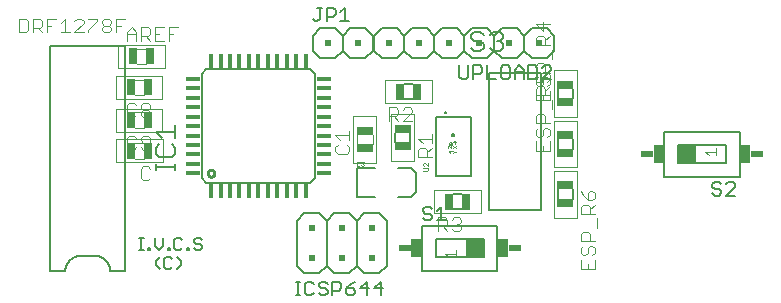
<source format=gto>
G75*
%MOIN*%
%OFA0B0*%
%FSLAX25Y25*%
%IPPOS*%
%LPD*%
%AMOC8*
5,1,8,0,0,1.08239X$1,22.5*
%
%ADD10C,0.00700*%
%ADD11C,0.00200*%
%ADD12C,0.00400*%
%ADD13R,0.02953X0.05709*%
%ADD14R,0.05709X0.02953*%
%ADD15C,0.00800*%
%ADD16C,0.00100*%
%ADD17C,0.01000*%
%ADD18C,0.00600*%
%ADD19R,0.01574X0.04528*%
%ADD20R,0.01575X0.04528*%
%ADD21R,0.01575X0.04528*%
%ADD22R,0.04528X0.01574*%
%ADD23R,0.04528X0.01575*%
%ADD24R,0.04528X0.01575*%
%ADD25C,0.00500*%
%ADD26R,0.02000X0.02000*%
%ADD27R,0.05512X0.02559*%
%ADD28R,0.02559X0.05512*%
%ADD29C,0.00300*%
%ADD30R,0.06000X0.06000*%
%ADD31R,0.03600X0.05900*%
%ADD32R,0.04200X0.02400*%
D10*
X0042954Y0017945D02*
X0044297Y0017945D01*
X0043626Y0017945D02*
X0043626Y0021973D01*
X0044297Y0021973D02*
X0042954Y0021973D01*
X0048030Y0021973D02*
X0048030Y0019288D01*
X0049372Y0017945D01*
X0050715Y0019288D01*
X0050715Y0021973D01*
X0054555Y0021302D02*
X0054555Y0018616D01*
X0055226Y0017945D01*
X0056569Y0017945D01*
X0057240Y0018616D01*
X0058905Y0018616D02*
X0059576Y0018616D01*
X0059576Y0017945D01*
X0058905Y0017945D01*
X0058905Y0018616D01*
X0061080Y0018616D02*
X0061751Y0017945D01*
X0063094Y0017945D01*
X0063765Y0018616D01*
X0063765Y0019288D01*
X0063094Y0019959D01*
X0061751Y0019959D01*
X0061080Y0020630D01*
X0061080Y0021302D01*
X0061751Y0021973D01*
X0063094Y0021973D01*
X0063765Y0021302D01*
X0057240Y0021302D02*
X0056569Y0021973D01*
X0055226Y0021973D01*
X0054555Y0021302D01*
X0053051Y0018616D02*
X0053051Y0017945D01*
X0052380Y0017945D01*
X0052380Y0018616D01*
X0053051Y0018616D01*
X0053250Y0015541D02*
X0051907Y0015541D01*
X0051236Y0014869D01*
X0051236Y0012184D01*
X0051907Y0011513D01*
X0053250Y0011513D01*
X0053921Y0012184D01*
X0055586Y0011513D02*
X0056928Y0012855D01*
X0056928Y0014198D01*
X0055586Y0015541D01*
X0053921Y0014869D02*
X0053250Y0015541D01*
X0049678Y0015541D02*
X0048336Y0014198D01*
X0048336Y0012855D01*
X0049678Y0011513D01*
X0046526Y0017945D02*
X0045855Y0017945D01*
X0045855Y0018616D01*
X0046526Y0018616D01*
X0046526Y0017945D01*
X0153430Y0085423D02*
X0154481Y0084372D01*
X0156583Y0084372D01*
X0157634Y0085423D01*
X0157634Y0086474D01*
X0156583Y0087524D01*
X0154481Y0087524D01*
X0153430Y0088575D01*
X0153430Y0089626D01*
X0154481Y0090677D01*
X0156583Y0090677D01*
X0157634Y0089626D01*
X0159876Y0089626D02*
X0160926Y0090677D01*
X0163028Y0090677D01*
X0164079Y0089626D01*
X0164079Y0088575D01*
X0163028Y0087524D01*
X0164079Y0086474D01*
X0164079Y0085423D01*
X0163028Y0084372D01*
X0160926Y0084372D01*
X0159876Y0085423D01*
X0161977Y0087524D02*
X0163028Y0087524D01*
D11*
X0181010Y0077889D02*
X0188750Y0077889D01*
X0188750Y0062354D01*
X0181010Y0062354D01*
X0181010Y0077889D01*
X0140412Y0074576D02*
X0140412Y0066836D01*
X0124877Y0066836D01*
X0124877Y0074576D01*
X0140412Y0074576D01*
X0134519Y0063223D02*
X0126779Y0063223D01*
X0126779Y0047688D01*
X0134519Y0047688D01*
X0134519Y0063223D01*
X0121909Y0062560D02*
X0114169Y0062560D01*
X0114169Y0047025D01*
X0121909Y0047025D01*
X0121909Y0062560D01*
X0145940Y0052588D02*
X0146106Y0052588D01*
X0146774Y0051921D01*
X0146940Y0051921D01*
X0146940Y0052588D01*
X0147440Y0052588D02*
X0148440Y0051921D01*
X0148440Y0052588D02*
X0147440Y0051921D01*
X0147440Y0051088D02*
X0147606Y0051088D01*
X0147940Y0050754D01*
X0148440Y0050754D01*
X0147940Y0050754D02*
X0147606Y0050421D01*
X0147440Y0050421D01*
X0147040Y0050821D02*
X0146040Y0050821D01*
X0146540Y0051321D01*
X0146040Y0050821D02*
X0146540Y0050321D01*
X0145940Y0051921D02*
X0145940Y0052588D01*
X0146440Y0053321D02*
X0146442Y0053341D01*
X0146448Y0053359D01*
X0146457Y0053377D01*
X0146469Y0053392D01*
X0146484Y0053404D01*
X0146502Y0053413D01*
X0146520Y0053419D01*
X0146540Y0053421D01*
X0146560Y0053419D01*
X0146578Y0053413D01*
X0146596Y0053404D01*
X0146611Y0053392D01*
X0146623Y0053377D01*
X0146632Y0053359D01*
X0146638Y0053341D01*
X0146640Y0053321D01*
X0146638Y0053301D01*
X0146632Y0053283D01*
X0146623Y0053265D01*
X0146611Y0053250D01*
X0146596Y0053238D01*
X0146578Y0053229D01*
X0146560Y0053223D01*
X0146540Y0053221D01*
X0146520Y0053223D01*
X0146502Y0053229D01*
X0146484Y0053238D01*
X0146469Y0053250D01*
X0146457Y0053265D01*
X0146448Y0053283D01*
X0146442Y0053301D01*
X0146440Y0053321D01*
X0146040Y0053321D02*
X0146042Y0053365D01*
X0146048Y0053409D01*
X0146058Y0053452D01*
X0146071Y0053494D01*
X0146088Y0053535D01*
X0146109Y0053574D01*
X0146133Y0053611D01*
X0146160Y0053646D01*
X0146190Y0053678D01*
X0146223Y0053708D01*
X0146259Y0053734D01*
X0146296Y0053758D01*
X0146336Y0053777D01*
X0146377Y0053794D01*
X0146420Y0053806D01*
X0146463Y0053815D01*
X0146507Y0053820D01*
X0146551Y0053821D01*
X0146595Y0053818D01*
X0146639Y0053811D01*
X0146682Y0053800D01*
X0146724Y0053786D01*
X0146764Y0053768D01*
X0146803Y0053746D01*
X0146839Y0053722D01*
X0146873Y0053694D01*
X0146905Y0053663D01*
X0146934Y0053629D01*
X0146960Y0053593D01*
X0146982Y0053555D01*
X0147001Y0053515D01*
X0147016Y0053473D01*
X0147028Y0053431D01*
X0147036Y0053387D01*
X0147040Y0053343D01*
X0147040Y0053299D01*
X0147036Y0053255D01*
X0147028Y0053211D01*
X0147016Y0053169D01*
X0147001Y0053127D01*
X0146982Y0053087D01*
X0146960Y0053049D01*
X0146934Y0053013D01*
X0146905Y0052979D01*
X0146873Y0052948D01*
X0146839Y0052920D01*
X0146803Y0052896D01*
X0146764Y0052874D01*
X0146724Y0052856D01*
X0146682Y0052842D01*
X0146639Y0052831D01*
X0146595Y0052824D01*
X0146551Y0052821D01*
X0146507Y0052822D01*
X0146463Y0052827D01*
X0146420Y0052836D01*
X0146377Y0052848D01*
X0146336Y0052865D01*
X0146296Y0052884D01*
X0146259Y0052908D01*
X0146223Y0052934D01*
X0146190Y0052964D01*
X0146160Y0052996D01*
X0146133Y0053031D01*
X0146109Y0053068D01*
X0146088Y0053107D01*
X0146071Y0053148D01*
X0146058Y0053190D01*
X0146048Y0053233D01*
X0146042Y0053277D01*
X0146040Y0053321D01*
X0147540Y0053821D02*
X0148040Y0054321D01*
X0148540Y0053821D01*
X0148040Y0053321D02*
X0148040Y0054321D01*
X0181010Y0061089D02*
X0181010Y0045554D01*
X0188750Y0045554D01*
X0188750Y0061089D01*
X0181010Y0061089D01*
X0181010Y0044289D02*
X0188750Y0044289D01*
X0188750Y0028754D01*
X0181010Y0028754D01*
X0181010Y0044289D01*
X0156769Y0037911D02*
X0156769Y0030170D01*
X0141233Y0030170D01*
X0141233Y0037911D01*
X0156769Y0037911D01*
X0050630Y0047098D02*
X0050630Y0054838D01*
X0035094Y0054838D01*
X0035094Y0047098D01*
X0050630Y0047098D01*
X0050621Y0057317D02*
X0035086Y0057317D01*
X0035086Y0065057D01*
X0050621Y0065057D01*
X0050621Y0057317D01*
X0050621Y0068241D02*
X0035086Y0068241D01*
X0035086Y0075981D01*
X0050621Y0075981D01*
X0050621Y0068241D01*
X0051423Y0078560D02*
X0035888Y0078560D01*
X0035888Y0086300D01*
X0051423Y0086300D01*
X0051423Y0078560D01*
D12*
X0045156Y0079832D02*
X0042254Y0079832D01*
X0041354Y0074710D02*
X0044255Y0074710D01*
X0044354Y0069513D02*
X0041354Y0069513D01*
X0041148Y0066915D02*
X0039613Y0066915D01*
X0038846Y0066148D01*
X0038846Y0063079D01*
X0039613Y0062311D01*
X0041148Y0062311D01*
X0041915Y0063079D01*
X0041354Y0063786D02*
X0044255Y0063786D01*
X0043450Y0063846D02*
X0044217Y0064613D01*
X0045752Y0064613D01*
X0046519Y0063846D01*
X0046519Y0063079D01*
X0045752Y0062311D01*
X0044217Y0062311D01*
X0043450Y0063079D01*
X0043450Y0063846D01*
X0044217Y0064613D02*
X0043450Y0065381D01*
X0043450Y0066148D01*
X0044217Y0066915D01*
X0045752Y0066915D01*
X0046519Y0066148D01*
X0046519Y0065381D01*
X0045752Y0064613D01*
X0041915Y0066148D02*
X0041148Y0066915D01*
X0041354Y0058589D02*
X0044354Y0058589D01*
X0044217Y0055991D02*
X0043450Y0055224D01*
X0043450Y0054457D01*
X0044217Y0053689D01*
X0046519Y0053689D01*
X0046519Y0052155D02*
X0046519Y0055224D01*
X0045752Y0055991D01*
X0044217Y0055991D01*
X0041915Y0055224D02*
X0041148Y0055991D01*
X0039613Y0055991D01*
X0038846Y0055224D01*
X0038846Y0052155D01*
X0039613Y0051387D01*
X0041148Y0051387D01*
X0041915Y0052155D01*
X0041362Y0053566D02*
X0044264Y0053566D01*
X0043450Y0052155D02*
X0044217Y0051387D01*
X0045752Y0051387D01*
X0046519Y0052155D01*
X0044362Y0048370D02*
X0041362Y0048370D01*
X0044225Y0045772D02*
X0043458Y0045005D01*
X0043458Y0041935D01*
X0044225Y0041168D01*
X0045760Y0041168D01*
X0046527Y0041935D01*
X0046527Y0045005D02*
X0045760Y0045772D01*
X0044225Y0045772D01*
X0108235Y0050760D02*
X0109002Y0049993D01*
X0112072Y0049993D01*
X0112839Y0050760D01*
X0112839Y0052295D01*
X0112072Y0053062D01*
X0112839Y0054597D02*
X0112839Y0057666D01*
X0112839Y0056131D02*
X0108235Y0056131D01*
X0109770Y0054597D01*
X0109002Y0053062D02*
X0108235Y0052295D01*
X0108235Y0050760D01*
X0115441Y0053293D02*
X0115441Y0056293D01*
X0120637Y0056293D02*
X0120637Y0053391D01*
X0135845Y0055086D02*
X0140449Y0055086D01*
X0140449Y0053552D02*
X0140449Y0056621D01*
X0137380Y0053552D02*
X0135845Y0055086D01*
X0136613Y0052017D02*
X0138147Y0052017D01*
X0138915Y0051250D01*
X0138915Y0048948D01*
X0140449Y0048948D02*
X0135845Y0048948D01*
X0135845Y0051250D01*
X0136613Y0052017D01*
X0138915Y0050482D02*
X0140449Y0052017D01*
X0133810Y0060906D02*
X0130741Y0060906D01*
X0133810Y0063975D01*
X0133810Y0064743D01*
X0133043Y0065510D01*
X0131508Y0065510D01*
X0130741Y0064743D01*
X0129206Y0064743D02*
X0129206Y0063208D01*
X0128439Y0062441D01*
X0126137Y0062441D01*
X0127671Y0062441D02*
X0129206Y0060906D01*
X0126137Y0060906D02*
X0126137Y0065510D01*
X0128439Y0065510D01*
X0129206Y0064743D01*
X0175076Y0062532D02*
X0175076Y0060230D01*
X0179680Y0060230D01*
X0178145Y0060230D02*
X0178145Y0062532D01*
X0177378Y0063299D01*
X0175843Y0063299D01*
X0175076Y0062532D01*
X0180447Y0064834D02*
X0180447Y0067903D01*
X0179680Y0067822D02*
X0179680Y0070891D01*
X0179680Y0069437D02*
X0175076Y0069437D01*
X0175076Y0071739D01*
X0175843Y0072507D01*
X0177378Y0072507D01*
X0178145Y0071739D01*
X0178145Y0069437D01*
X0177378Y0069356D02*
X0177378Y0067822D01*
X0175076Y0067822D02*
X0179680Y0067822D01*
X0175076Y0067822D02*
X0175076Y0070891D01*
X0178145Y0070972D02*
X0179680Y0072507D01*
X0179680Y0073193D02*
X0178913Y0072426D01*
X0179680Y0073193D02*
X0179680Y0074728D01*
X0178913Y0075495D01*
X0178145Y0075495D01*
X0177378Y0074728D01*
X0177378Y0073193D01*
X0176611Y0072426D01*
X0175843Y0072426D01*
X0175076Y0073193D01*
X0175076Y0074728D01*
X0175843Y0075495D01*
X0176611Y0075576D02*
X0176611Y0076343D01*
X0177378Y0077111D01*
X0178913Y0077111D01*
X0179680Y0076343D01*
X0179680Y0074809D01*
X0178913Y0074041D01*
X0177378Y0074041D02*
X0176611Y0075576D01*
X0178145Y0077030D02*
X0178145Y0079332D01*
X0177378Y0080099D01*
X0175843Y0080099D01*
X0175076Y0079332D01*
X0175076Y0077030D01*
X0179680Y0077030D01*
X0175076Y0077111D02*
X0175076Y0074041D01*
X0177378Y0074041D01*
X0180447Y0081634D02*
X0180447Y0084703D01*
X0179680Y0086237D02*
X0175076Y0086237D01*
X0175076Y0088539D01*
X0175843Y0089307D01*
X0177378Y0089307D01*
X0178145Y0088539D01*
X0178145Y0086237D01*
X0178145Y0087772D02*
X0179680Y0089307D01*
X0177378Y0090841D02*
X0177378Y0093911D01*
X0179680Y0093143D02*
X0175076Y0093143D01*
X0177378Y0090841D01*
X0178145Y0058695D02*
X0178913Y0058695D01*
X0179680Y0057928D01*
X0179680Y0056393D01*
X0178913Y0055626D01*
X0179680Y0054091D02*
X0179680Y0051022D01*
X0175076Y0051022D01*
X0175076Y0054091D01*
X0175843Y0055626D02*
X0176611Y0055626D01*
X0177378Y0056393D01*
X0177378Y0057928D01*
X0178145Y0058695D01*
X0175843Y0058695D02*
X0175076Y0057928D01*
X0175076Y0056393D01*
X0175843Y0055626D01*
X0177378Y0052556D02*
X0177378Y0051022D01*
X0190076Y0037687D02*
X0190843Y0036152D01*
X0192378Y0034618D01*
X0192378Y0036920D01*
X0193145Y0037687D01*
X0193913Y0037687D01*
X0194680Y0036920D01*
X0194680Y0035385D01*
X0193913Y0034618D01*
X0192378Y0034618D01*
X0192378Y0033083D02*
X0190843Y0033083D01*
X0190076Y0032316D01*
X0190076Y0030014D01*
X0194680Y0030014D01*
X0193145Y0030014D02*
X0193145Y0032316D01*
X0192378Y0033083D01*
X0193145Y0031548D02*
X0194680Y0033083D01*
X0195447Y0028479D02*
X0195447Y0025410D01*
X0193145Y0023108D02*
X0193145Y0020806D01*
X0193145Y0019271D02*
X0193913Y0019271D01*
X0194680Y0018504D01*
X0194680Y0016969D01*
X0193913Y0016202D01*
X0194680Y0014667D02*
X0194680Y0011598D01*
X0190076Y0011598D01*
X0190076Y0014667D01*
X0190843Y0016202D02*
X0191611Y0016202D01*
X0192378Y0016969D01*
X0192378Y0018504D01*
X0193145Y0019271D01*
X0194680Y0020806D02*
X0190076Y0020806D01*
X0190076Y0023108D01*
X0190843Y0023875D01*
X0192378Y0023875D01*
X0193145Y0023108D01*
X0190843Y0019271D02*
X0190076Y0018504D01*
X0190076Y0016969D01*
X0190843Y0016202D01*
X0192378Y0013133D02*
X0192378Y0011598D01*
X0150166Y0025008D02*
X0149399Y0024240D01*
X0147864Y0024240D01*
X0147097Y0025008D01*
X0145563Y0024240D02*
X0144028Y0025775D01*
X0144795Y0025775D02*
X0142493Y0025775D01*
X0142493Y0024240D02*
X0142493Y0028844D01*
X0144795Y0028844D01*
X0145563Y0028077D01*
X0145563Y0026542D01*
X0144795Y0025775D01*
X0147097Y0028077D02*
X0147864Y0028844D01*
X0149399Y0028844D01*
X0150166Y0028077D01*
X0150166Y0027310D01*
X0149399Y0026542D01*
X0150166Y0025775D01*
X0150166Y0025008D01*
X0149399Y0026542D02*
X0148632Y0026542D01*
X0045156Y0085028D02*
X0042156Y0085028D01*
X0041925Y0087630D02*
X0041925Y0090699D01*
X0040390Y0092234D01*
X0038856Y0090699D01*
X0038856Y0087630D01*
X0038856Y0089932D02*
X0041925Y0089932D01*
X0043460Y0089165D02*
X0045761Y0089165D01*
X0046529Y0089932D01*
X0046529Y0091467D01*
X0045761Y0092234D01*
X0043460Y0092234D01*
X0043460Y0087630D01*
X0044994Y0089165D02*
X0046529Y0087630D01*
X0048063Y0087630D02*
X0051133Y0087630D01*
X0052667Y0087630D02*
X0052667Y0092234D01*
X0055737Y0092234D01*
X0054202Y0089932D02*
X0052667Y0089932D01*
X0049598Y0089932D02*
X0048063Y0089932D01*
X0048063Y0092234D02*
X0048063Y0087630D01*
X0048063Y0092234D02*
X0051133Y0092234D01*
X0038163Y0095052D02*
X0035094Y0095052D01*
X0035094Y0090449D01*
X0033559Y0091216D02*
X0032792Y0090449D01*
X0031258Y0090449D01*
X0030490Y0091216D01*
X0030490Y0091983D01*
X0031258Y0092751D01*
X0032792Y0092751D01*
X0033559Y0091983D01*
X0033559Y0091216D01*
X0032792Y0092751D02*
X0033559Y0093518D01*
X0033559Y0094285D01*
X0032792Y0095052D01*
X0031258Y0095052D01*
X0030490Y0094285D01*
X0030490Y0093518D01*
X0031258Y0092751D01*
X0028956Y0094285D02*
X0025886Y0091216D01*
X0025886Y0090449D01*
X0024352Y0090449D02*
X0021282Y0090449D01*
X0024352Y0093518D01*
X0024352Y0094285D01*
X0023584Y0095052D01*
X0022050Y0095052D01*
X0021282Y0094285D01*
X0018213Y0095052D02*
X0018213Y0090449D01*
X0016678Y0090449D02*
X0019748Y0090449D01*
X0013609Y0092751D02*
X0012075Y0092751D01*
X0010540Y0092751D02*
X0009773Y0091983D01*
X0007471Y0091983D01*
X0009005Y0091983D02*
X0010540Y0090449D01*
X0012075Y0090449D02*
X0012075Y0095052D01*
X0015144Y0095052D01*
X0016678Y0093518D02*
X0018213Y0095052D01*
X0025886Y0095052D02*
X0028956Y0095052D01*
X0028956Y0094285D01*
X0035094Y0092751D02*
X0036629Y0092751D01*
X0010540Y0092751D02*
X0010540Y0094285D01*
X0009773Y0095052D01*
X0007471Y0095052D01*
X0007471Y0090449D01*
X0005936Y0091216D02*
X0005936Y0094285D01*
X0005169Y0095052D01*
X0002867Y0095052D01*
X0002867Y0090449D01*
X0005169Y0090449D01*
X0005936Y0091216D01*
D13*
X0040832Y0082435D03*
X0046532Y0082435D03*
X0045677Y0072107D03*
X0039977Y0072107D03*
X0039977Y0061183D03*
X0045677Y0061183D03*
X0045685Y0050964D03*
X0039985Y0050964D03*
D14*
X0118035Y0051969D03*
X0118035Y0057669D03*
D15*
X0141635Y0062163D02*
X0144785Y0062163D01*
X0144840Y0063758D02*
X0144842Y0063786D01*
X0144848Y0063813D01*
X0144857Y0063839D01*
X0144870Y0063864D01*
X0144887Y0063887D01*
X0144906Y0063907D01*
X0144928Y0063924D01*
X0144952Y0063938D01*
X0144978Y0063948D01*
X0145005Y0063955D01*
X0145033Y0063958D01*
X0145061Y0063957D01*
X0145088Y0063952D01*
X0145115Y0063943D01*
X0145140Y0063931D01*
X0145163Y0063916D01*
X0145184Y0063897D01*
X0145202Y0063876D01*
X0145217Y0063852D01*
X0145228Y0063826D01*
X0145236Y0063800D01*
X0145240Y0063772D01*
X0145240Y0063744D01*
X0145236Y0063716D01*
X0145228Y0063690D01*
X0145217Y0063664D01*
X0145202Y0063640D01*
X0145184Y0063619D01*
X0145163Y0063600D01*
X0145140Y0063585D01*
X0145115Y0063573D01*
X0145088Y0063564D01*
X0145061Y0063559D01*
X0145033Y0063558D01*
X0145005Y0063561D01*
X0144978Y0063568D01*
X0144952Y0063578D01*
X0144928Y0063592D01*
X0144906Y0063609D01*
X0144887Y0063629D01*
X0144870Y0063652D01*
X0144857Y0063677D01*
X0144848Y0063703D01*
X0144842Y0063730D01*
X0144840Y0063758D01*
X0150296Y0062163D02*
X0153446Y0062163D01*
X0147146Y0056258D02*
X0147148Y0056297D01*
X0147154Y0056336D01*
X0147164Y0056374D01*
X0147177Y0056411D01*
X0147194Y0056446D01*
X0147214Y0056480D01*
X0147238Y0056511D01*
X0147265Y0056540D01*
X0147294Y0056566D01*
X0147326Y0056589D01*
X0147360Y0056609D01*
X0147396Y0056625D01*
X0147433Y0056637D01*
X0147472Y0056646D01*
X0147511Y0056651D01*
X0147550Y0056652D01*
X0147589Y0056649D01*
X0147628Y0056642D01*
X0147665Y0056631D01*
X0147702Y0056617D01*
X0147737Y0056599D01*
X0147770Y0056578D01*
X0147801Y0056553D01*
X0147829Y0056526D01*
X0147854Y0056496D01*
X0147876Y0056463D01*
X0147895Y0056429D01*
X0147910Y0056393D01*
X0147922Y0056355D01*
X0147930Y0056317D01*
X0147934Y0056278D01*
X0147934Y0056238D01*
X0147930Y0056199D01*
X0147922Y0056161D01*
X0147910Y0056123D01*
X0147895Y0056087D01*
X0147876Y0056053D01*
X0147854Y0056020D01*
X0147829Y0055990D01*
X0147801Y0055963D01*
X0147770Y0055938D01*
X0147737Y0055917D01*
X0147702Y0055899D01*
X0147665Y0055885D01*
X0147628Y0055874D01*
X0147589Y0055867D01*
X0147550Y0055864D01*
X0147511Y0055865D01*
X0147472Y0055870D01*
X0147433Y0055879D01*
X0147396Y0055891D01*
X0147360Y0055907D01*
X0147326Y0055927D01*
X0147294Y0055950D01*
X0147265Y0055976D01*
X0147238Y0056005D01*
X0147214Y0056036D01*
X0147194Y0056070D01*
X0147177Y0056105D01*
X0147164Y0056142D01*
X0147154Y0056180D01*
X0147148Y0056219D01*
X0147146Y0056258D01*
X0135124Y0043549D02*
X0133549Y0045123D01*
X0129219Y0045123D01*
X0135124Y0043549D02*
X0135124Y0037249D01*
X0133549Y0035675D01*
X0129219Y0035675D01*
X0121345Y0035675D02*
X0115439Y0035675D01*
X0115439Y0045123D01*
X0121345Y0045123D01*
X0101480Y0041905D02*
X0099905Y0040330D01*
X0065259Y0040330D01*
X0063684Y0041905D01*
X0063684Y0076551D01*
X0065259Y0078125D01*
X0099905Y0078125D01*
X0101480Y0076551D01*
X0101480Y0041905D01*
X0141635Y0042478D02*
X0144785Y0042478D01*
X0150296Y0042478D02*
X0153446Y0042478D01*
X0159517Y0031128D02*
X0176643Y0031128D01*
X0176643Y0076915D01*
X0159517Y0076915D01*
X0159517Y0031128D01*
D16*
X0138990Y0044621D02*
X0138990Y0045121D01*
X0138740Y0045371D01*
X0137489Y0045371D01*
X0137739Y0045844D02*
X0137489Y0046094D01*
X0137489Y0046595D01*
X0137739Y0046845D01*
X0137990Y0046845D01*
X0138990Y0045844D01*
X0138990Y0046845D01*
X0138990Y0044621D02*
X0138740Y0044371D01*
X0137489Y0044371D01*
X0117806Y0046136D02*
X0117555Y0045886D01*
X0117055Y0045886D01*
X0116805Y0046136D01*
X0116332Y0046136D02*
X0116082Y0045886D01*
X0115582Y0045886D01*
X0115332Y0046136D01*
X0115332Y0047137D01*
X0115582Y0047387D01*
X0116082Y0047387D01*
X0116332Y0047137D01*
X0116805Y0047137D02*
X0117055Y0047387D01*
X0117555Y0047387D01*
X0117806Y0047137D01*
X0117806Y0046887D01*
X0117555Y0046637D01*
X0117806Y0046386D01*
X0117806Y0046136D01*
X0117555Y0046637D02*
X0117305Y0046637D01*
D17*
X0065721Y0043480D02*
X0065723Y0043547D01*
X0065729Y0043613D01*
X0065739Y0043679D01*
X0065753Y0043744D01*
X0065770Y0043808D01*
X0065792Y0043871D01*
X0065817Y0043933D01*
X0065846Y0043993D01*
X0065879Y0044051D01*
X0065914Y0044107D01*
X0065954Y0044161D01*
X0065996Y0044212D01*
X0066041Y0044261D01*
X0066089Y0044307D01*
X0066140Y0044350D01*
X0066193Y0044390D01*
X0066249Y0044427D01*
X0066307Y0044460D01*
X0066366Y0044490D01*
X0066427Y0044516D01*
X0066490Y0044539D01*
X0066554Y0044557D01*
X0066619Y0044572D01*
X0066685Y0044583D01*
X0066751Y0044590D01*
X0066817Y0044593D01*
X0066884Y0044592D01*
X0066950Y0044587D01*
X0067016Y0044578D01*
X0067082Y0044565D01*
X0067146Y0044548D01*
X0067209Y0044528D01*
X0067271Y0044503D01*
X0067332Y0044475D01*
X0067391Y0044444D01*
X0067447Y0044409D01*
X0067502Y0044371D01*
X0067554Y0044329D01*
X0067603Y0044284D01*
X0067650Y0044237D01*
X0067694Y0044187D01*
X0067734Y0044134D01*
X0067772Y0044079D01*
X0067806Y0044022D01*
X0067837Y0043963D01*
X0067864Y0043902D01*
X0067887Y0043840D01*
X0067907Y0043776D01*
X0067923Y0043711D01*
X0067935Y0043646D01*
X0067943Y0043580D01*
X0067947Y0043513D01*
X0067947Y0043447D01*
X0067943Y0043380D01*
X0067935Y0043314D01*
X0067923Y0043249D01*
X0067907Y0043184D01*
X0067887Y0043120D01*
X0067864Y0043058D01*
X0067837Y0042997D01*
X0067806Y0042938D01*
X0067772Y0042881D01*
X0067734Y0042826D01*
X0067694Y0042773D01*
X0067650Y0042723D01*
X0067603Y0042676D01*
X0067554Y0042631D01*
X0067502Y0042589D01*
X0067447Y0042551D01*
X0067390Y0042516D01*
X0067332Y0042485D01*
X0067271Y0042457D01*
X0067209Y0042432D01*
X0067146Y0042412D01*
X0067082Y0042395D01*
X0067016Y0042382D01*
X0066950Y0042373D01*
X0066884Y0042368D01*
X0066817Y0042367D01*
X0066751Y0042370D01*
X0066685Y0042377D01*
X0066619Y0042388D01*
X0066554Y0042403D01*
X0066490Y0042421D01*
X0066427Y0042444D01*
X0066366Y0042470D01*
X0066307Y0042500D01*
X0066249Y0042533D01*
X0066193Y0042570D01*
X0066140Y0042610D01*
X0066089Y0042653D01*
X0066041Y0042699D01*
X0065996Y0042748D01*
X0065954Y0042799D01*
X0065914Y0042853D01*
X0065879Y0042909D01*
X0065846Y0042967D01*
X0065817Y0043027D01*
X0065792Y0043089D01*
X0065770Y0043152D01*
X0065753Y0043216D01*
X0065739Y0043281D01*
X0065729Y0043347D01*
X0065723Y0043413D01*
X0065721Y0043480D01*
D18*
X0054782Y0044528D02*
X0054782Y0046663D01*
X0054782Y0045595D02*
X0048377Y0045595D01*
X0048377Y0044528D02*
X0048377Y0046663D01*
X0049444Y0048825D02*
X0053714Y0048825D01*
X0054782Y0049892D01*
X0054782Y0052027D01*
X0053714Y0053095D01*
X0049444Y0053095D02*
X0048377Y0052027D01*
X0048377Y0049892D01*
X0049444Y0048825D01*
X0050512Y0055270D02*
X0048377Y0057405D01*
X0054782Y0057405D01*
X0054782Y0055270D02*
X0054782Y0059541D01*
X0100779Y0084277D02*
X0103279Y0081777D01*
X0108279Y0081777D01*
X0110779Y0084277D01*
X0113279Y0081777D01*
X0118279Y0081777D01*
X0120779Y0084277D01*
X0120779Y0089277D01*
X0118279Y0091777D01*
X0113279Y0091777D01*
X0110779Y0089277D01*
X0110779Y0084277D01*
X0100779Y0084277D02*
X0100779Y0089277D01*
X0103279Y0091777D01*
X0108279Y0091777D01*
X0110779Y0089277D01*
X0121280Y0089422D02*
X0121280Y0084422D01*
X0123780Y0081922D01*
X0128780Y0081922D01*
X0131280Y0084422D01*
X0131280Y0089422D01*
X0128780Y0091922D01*
X0123780Y0091922D01*
X0121280Y0089422D01*
X0131280Y0089422D02*
X0133780Y0091922D01*
X0138780Y0091922D01*
X0141280Y0089422D01*
X0143780Y0091922D01*
X0148780Y0091922D01*
X0151280Y0089422D01*
X0153780Y0091922D01*
X0158780Y0091922D01*
X0161280Y0089422D01*
X0163780Y0091922D01*
X0168780Y0091922D01*
X0171280Y0089422D01*
X0173780Y0091922D01*
X0178780Y0091922D01*
X0181280Y0089422D01*
X0181280Y0084422D01*
X0178780Y0081922D01*
X0173780Y0081922D01*
X0171280Y0084422D01*
X0168780Y0081922D01*
X0163780Y0081922D01*
X0161280Y0084422D01*
X0161280Y0089422D01*
X0171280Y0089422D02*
X0171280Y0084422D01*
X0161280Y0084422D02*
X0158780Y0081922D01*
X0153780Y0081922D01*
X0151280Y0084422D01*
X0148780Y0081922D01*
X0143780Y0081922D01*
X0141280Y0084422D01*
X0138780Y0081922D01*
X0133780Y0081922D01*
X0131280Y0084422D01*
X0141280Y0084422D02*
X0141280Y0089422D01*
X0151280Y0089422D02*
X0151280Y0084422D01*
X0134259Y0073206D02*
X0131030Y0073206D01*
X0131030Y0068206D02*
X0134259Y0068206D01*
X0133149Y0057070D02*
X0133149Y0053841D01*
X0128149Y0053841D02*
X0128149Y0057070D01*
X0147387Y0036540D02*
X0150615Y0036540D01*
X0150615Y0031540D02*
X0147387Y0031540D01*
X0137088Y0026051D02*
X0162288Y0026051D01*
X0162288Y0011051D01*
X0137088Y0011051D01*
X0137088Y0026051D01*
X0141688Y0021551D02*
X0157688Y0021551D01*
X0157688Y0015551D01*
X0141688Y0015551D01*
X0141688Y0021551D01*
X0125406Y0027667D02*
X0125406Y0012667D01*
X0122906Y0010167D01*
X0117906Y0010167D01*
X0115406Y0012667D01*
X0115406Y0027667D01*
X0112906Y0030167D01*
X0107906Y0030167D01*
X0105406Y0027667D01*
X0102906Y0030167D01*
X0097906Y0030167D01*
X0095406Y0027667D01*
X0095406Y0012667D01*
X0097906Y0010167D01*
X0102906Y0010167D01*
X0105406Y0012667D01*
X0105406Y0027667D01*
X0115406Y0027667D02*
X0117906Y0030167D01*
X0122906Y0030167D01*
X0125406Y0027667D01*
X0115406Y0012667D02*
X0112906Y0010167D01*
X0107906Y0010167D01*
X0105406Y0012667D01*
X0182380Y0034908D02*
X0182380Y0038136D01*
X0187380Y0038136D02*
X0187380Y0034908D01*
X0217780Y0042322D02*
X0242980Y0042322D01*
X0242980Y0057322D01*
X0217780Y0057322D01*
X0217780Y0042322D01*
X0222380Y0046822D02*
X0238380Y0046822D01*
X0238380Y0052822D01*
X0222380Y0052822D01*
X0222380Y0046822D01*
X0187380Y0051708D02*
X0187380Y0054936D01*
X0182380Y0054936D02*
X0182380Y0051708D01*
X0182380Y0068508D02*
X0182380Y0071736D01*
X0187380Y0071736D02*
X0187380Y0068508D01*
D19*
X0098330Y0080980D03*
X0082582Y0080980D03*
X0066834Y0080980D03*
X0066834Y0037476D03*
X0082582Y0037476D03*
X0098330Y0037476D03*
D20*
X0095180Y0037476D03*
X0092030Y0037476D03*
X0073134Y0037476D03*
X0069984Y0037476D03*
X0069984Y0080980D03*
X0073134Y0080980D03*
X0092030Y0080980D03*
X0095180Y0080980D03*
D21*
X0088881Y0080980D03*
X0085731Y0080980D03*
X0079433Y0080980D03*
X0076283Y0080980D03*
X0076283Y0037476D03*
X0079433Y0037476D03*
X0085731Y0037476D03*
X0088881Y0037476D03*
D22*
X0104334Y0043480D03*
X0104334Y0059228D03*
X0104334Y0074976D03*
X0060830Y0074976D03*
X0060830Y0059228D03*
X0060830Y0043480D03*
D23*
X0060830Y0046629D03*
X0060830Y0049779D03*
X0104334Y0049779D03*
X0104334Y0046629D03*
X0104334Y0068676D03*
X0104334Y0071826D03*
X0060830Y0071826D03*
X0060830Y0068676D03*
D24*
X0060830Y0065527D03*
X0060830Y0062377D03*
X0060830Y0056078D03*
X0060830Y0052928D03*
X0104334Y0052928D03*
X0104334Y0056078D03*
X0104334Y0062377D03*
X0104334Y0065527D03*
D25*
X0018219Y0010957D02*
X0013219Y0010957D01*
X0013219Y0085957D01*
X0038219Y0085957D01*
X0038219Y0010957D01*
X0033219Y0010957D01*
X0033217Y0011097D01*
X0033211Y0011237D01*
X0033201Y0011377D01*
X0033188Y0011517D01*
X0033170Y0011656D01*
X0033148Y0011795D01*
X0033123Y0011932D01*
X0033094Y0012070D01*
X0033061Y0012206D01*
X0033024Y0012341D01*
X0032983Y0012475D01*
X0032938Y0012608D01*
X0032890Y0012740D01*
X0032838Y0012870D01*
X0032783Y0012999D01*
X0032724Y0013126D01*
X0032661Y0013252D01*
X0032595Y0013376D01*
X0032526Y0013497D01*
X0032453Y0013617D01*
X0032376Y0013735D01*
X0032297Y0013850D01*
X0032214Y0013964D01*
X0032128Y0014074D01*
X0032039Y0014183D01*
X0031947Y0014289D01*
X0031852Y0014392D01*
X0031755Y0014493D01*
X0031654Y0014590D01*
X0031551Y0014685D01*
X0031445Y0014777D01*
X0031336Y0014866D01*
X0031226Y0014952D01*
X0031112Y0015035D01*
X0030997Y0015114D01*
X0030879Y0015191D01*
X0030759Y0015264D01*
X0030638Y0015333D01*
X0030514Y0015399D01*
X0030388Y0015462D01*
X0030261Y0015521D01*
X0030132Y0015576D01*
X0030002Y0015628D01*
X0029870Y0015676D01*
X0029737Y0015721D01*
X0029603Y0015762D01*
X0029468Y0015799D01*
X0029332Y0015832D01*
X0029194Y0015861D01*
X0029057Y0015886D01*
X0028918Y0015908D01*
X0028779Y0015926D01*
X0028639Y0015939D01*
X0028499Y0015949D01*
X0028359Y0015955D01*
X0028219Y0015957D01*
X0023219Y0015957D01*
X0023079Y0015955D01*
X0022939Y0015949D01*
X0022799Y0015939D01*
X0022659Y0015926D01*
X0022520Y0015908D01*
X0022381Y0015886D01*
X0022244Y0015861D01*
X0022106Y0015832D01*
X0021970Y0015799D01*
X0021835Y0015762D01*
X0021701Y0015721D01*
X0021568Y0015676D01*
X0021436Y0015628D01*
X0021306Y0015576D01*
X0021177Y0015521D01*
X0021050Y0015462D01*
X0020924Y0015399D01*
X0020800Y0015333D01*
X0020679Y0015264D01*
X0020559Y0015191D01*
X0020441Y0015114D01*
X0020326Y0015035D01*
X0020212Y0014952D01*
X0020102Y0014866D01*
X0019993Y0014777D01*
X0019887Y0014685D01*
X0019784Y0014590D01*
X0019683Y0014493D01*
X0019586Y0014392D01*
X0019491Y0014289D01*
X0019399Y0014183D01*
X0019310Y0014074D01*
X0019224Y0013964D01*
X0019141Y0013850D01*
X0019062Y0013735D01*
X0018985Y0013617D01*
X0018912Y0013497D01*
X0018843Y0013376D01*
X0018777Y0013252D01*
X0018714Y0013126D01*
X0018655Y0012999D01*
X0018600Y0012870D01*
X0018548Y0012740D01*
X0018500Y0012608D01*
X0018455Y0012475D01*
X0018414Y0012341D01*
X0018377Y0012206D01*
X0018344Y0012070D01*
X0018315Y0011932D01*
X0018290Y0011795D01*
X0018268Y0011656D01*
X0018250Y0011517D01*
X0018237Y0011377D01*
X0018227Y0011237D01*
X0018221Y0011097D01*
X0018219Y0010957D01*
X0094963Y0007420D02*
X0096464Y0007420D01*
X0095714Y0007420D02*
X0095714Y0002917D01*
X0096464Y0002917D02*
X0094963Y0002917D01*
X0098032Y0003667D02*
X0098783Y0002917D01*
X0100284Y0002917D01*
X0101035Y0003667D01*
X0102636Y0003667D02*
X0103387Y0002917D01*
X0104888Y0002917D01*
X0105639Y0003667D01*
X0105639Y0004418D01*
X0104888Y0005169D01*
X0103387Y0005169D01*
X0102636Y0005919D01*
X0102636Y0006670D01*
X0103387Y0007420D01*
X0104888Y0007420D01*
X0105639Y0006670D01*
X0107240Y0007420D02*
X0109492Y0007420D01*
X0110243Y0006670D01*
X0110243Y0005169D01*
X0109492Y0004418D01*
X0107240Y0004418D01*
X0107240Y0002917D02*
X0107240Y0007420D01*
X0111844Y0005169D02*
X0114096Y0005169D01*
X0114847Y0004418D01*
X0114847Y0003667D01*
X0114096Y0002917D01*
X0112595Y0002917D01*
X0111844Y0003667D01*
X0111844Y0005169D01*
X0113345Y0006670D01*
X0114847Y0007420D01*
X0116448Y0005169D02*
X0118700Y0007420D01*
X0118700Y0002917D01*
X0119451Y0005169D02*
X0116448Y0005169D01*
X0121052Y0005169D02*
X0124055Y0005169D01*
X0123304Y0007420D02*
X0121052Y0005169D01*
X0123304Y0002917D02*
X0123304Y0007420D01*
X0101035Y0006670D02*
X0100284Y0007420D01*
X0098783Y0007420D01*
X0098032Y0006670D01*
X0098032Y0003667D01*
X0137438Y0028552D02*
X0138189Y0027801D01*
X0139690Y0027801D01*
X0140441Y0028552D01*
X0140441Y0029302D01*
X0139690Y0030053D01*
X0138189Y0030053D01*
X0137438Y0030803D01*
X0137438Y0031554D01*
X0138189Y0032305D01*
X0139690Y0032305D01*
X0140441Y0031554D01*
X0142042Y0030803D02*
X0143543Y0032305D01*
X0143543Y0027801D01*
X0142042Y0027801D02*
X0145044Y0027801D01*
X0141635Y0042478D02*
X0153446Y0042478D01*
X0153446Y0062163D01*
X0141635Y0062163D01*
X0141635Y0042478D01*
X0150353Y0074972D02*
X0151854Y0074972D01*
X0152605Y0075722D01*
X0152605Y0079476D01*
X0154206Y0079476D02*
X0156458Y0079476D01*
X0157209Y0078725D01*
X0157209Y0077224D01*
X0156458Y0076473D01*
X0154206Y0076473D01*
X0154206Y0074972D02*
X0154206Y0079476D01*
X0149602Y0079476D02*
X0149602Y0075722D01*
X0150353Y0074972D01*
X0158810Y0074972D02*
X0161813Y0074972D01*
X0163414Y0075722D02*
X0164165Y0074972D01*
X0165666Y0074972D01*
X0166417Y0075722D01*
X0166417Y0078725D01*
X0165666Y0079476D01*
X0164165Y0079476D01*
X0163414Y0078725D01*
X0163414Y0075722D01*
X0168018Y0074972D02*
X0168018Y0077974D01*
X0169519Y0079476D01*
X0171021Y0077974D01*
X0171021Y0074972D01*
X0172622Y0074972D02*
X0174874Y0074972D01*
X0175625Y0075722D01*
X0175625Y0078725D01*
X0174874Y0079476D01*
X0172622Y0079476D01*
X0172622Y0074972D01*
X0171021Y0077224D02*
X0168018Y0077224D01*
X0158810Y0079476D02*
X0158810Y0074972D01*
X0177226Y0074972D02*
X0180229Y0077974D01*
X0180229Y0078725D01*
X0179478Y0079476D01*
X0177977Y0079476D01*
X0177226Y0078725D01*
X0177226Y0074972D02*
X0180229Y0074972D01*
X0112940Y0094227D02*
X0109937Y0094227D01*
X0111438Y0094227D02*
X0111438Y0098731D01*
X0109937Y0097229D01*
X0108336Y0096479D02*
X0107585Y0095728D01*
X0105333Y0095728D01*
X0105333Y0094227D02*
X0105333Y0098731D01*
X0107585Y0098731D01*
X0108336Y0097980D01*
X0108336Y0096479D01*
X0103732Y0098731D02*
X0102231Y0098731D01*
X0102981Y0098731D02*
X0102981Y0094978D01*
X0102231Y0094227D01*
X0101480Y0094227D01*
X0100729Y0094978D01*
X0233922Y0039825D02*
X0234673Y0040576D01*
X0236174Y0040576D01*
X0236925Y0039825D01*
X0238526Y0039825D02*
X0239277Y0040576D01*
X0240778Y0040576D01*
X0241529Y0039825D01*
X0241529Y0039074D01*
X0238526Y0036072D01*
X0241529Y0036072D01*
X0236925Y0036822D02*
X0236925Y0037573D01*
X0236174Y0038324D01*
X0234673Y0038324D01*
X0233922Y0039074D01*
X0233922Y0039825D01*
X0233922Y0036822D02*
X0234673Y0036072D01*
X0236174Y0036072D01*
X0236925Y0036822D01*
D26*
X0120406Y0025167D03*
X0110406Y0025167D03*
X0100406Y0025167D03*
X0100406Y0015167D03*
X0110406Y0015167D03*
X0120406Y0015167D03*
X0115779Y0086777D03*
X0105779Y0086777D03*
X0126280Y0086922D03*
X0136280Y0086922D03*
X0146280Y0086922D03*
X0156280Y0086922D03*
X0166280Y0086922D03*
X0176280Y0086922D03*
D27*
X0184874Y0073001D03*
X0184874Y0067201D03*
X0184874Y0056201D03*
X0184874Y0050401D03*
X0184886Y0039442D03*
X0184886Y0033642D03*
X0130655Y0052576D03*
X0130655Y0058376D03*
D28*
X0129765Y0070700D03*
X0135565Y0070700D03*
X0146122Y0034035D03*
X0151922Y0034035D03*
D29*
X0148538Y0017987D02*
X0148538Y0015518D01*
X0148538Y0016752D02*
X0144835Y0016752D01*
X0146069Y0015518D01*
X0231527Y0050706D02*
X0232761Y0049472D01*
X0231527Y0050706D02*
X0235230Y0050706D01*
X0235230Y0049472D02*
X0235230Y0051941D01*
D30*
X0225380Y0049822D03*
X0154688Y0018551D03*
D31*
X0164088Y0018601D03*
X0135288Y0018501D03*
X0215980Y0049772D03*
X0244780Y0049872D03*
D32*
X0248680Y0049822D03*
X0212080Y0049822D03*
X0167988Y0018551D03*
X0131388Y0018551D03*
M02*

</source>
